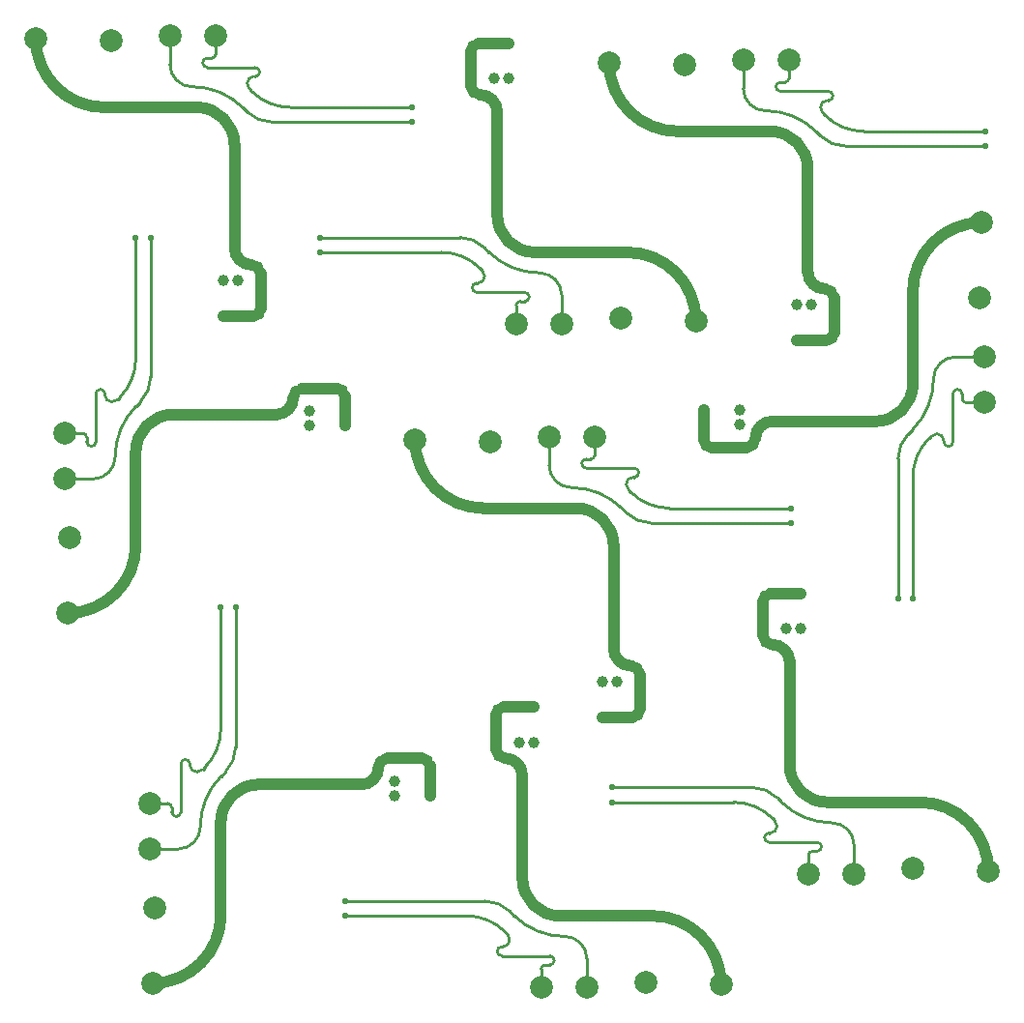
<source format=gbl>
%FSLAX46Y46*%
%MOMM*%
%ADD10C,0.250000*%
%ADD11C,1.000000*%
%AMPS13*
1,1,1.000000,0.000000,0.000000*
%
%ADD13PS13*%
%AMPS19*
1,1,1.000000,0.000000,0.000000*
%
%ADD19PS19*%
%AMPS16*
1,1,1.000000,0.000000,0.000000*
%
%ADD16PS16*%
%AMPS22*
1,1,1.000000,0.000000,0.000000*
%
%ADD22PS22*%
%AMPS12*
1,1,2.000000,0.000000,0.000000*
%
%ADD12PS12*%
%AMPS18*
1,1,2.000000,0.000000,0.000000*
%
%ADD18PS18*%
%AMPS15*
1,1,2.000000,0.000000,0.000000*
%
%ADD15PS15*%
%AMPS21*
1,1,2.000000,0.000000,0.000000*
%
%ADD21PS21*%
%AMPS14*
1,1,0.550000,0.000000,0.000000*
%
%ADD14PS14*%
%AMPS20*
1,1,0.550000,0.000000,0.000000*
%
%ADD20PS20*%
%AMPS17*
1,1,0.550000,0.000000,0.000000*
%
%ADD17PS17*%
%AMPS23*
1,1,0.550000,0.000000,0.000000*
%
%ADD23PS23*%
G01*
%LPD*%
G01*
%LPD*%
D10*
X91100000Y83800000D02*
X80479898Y83800000D01*
D11*
X75900000Y65500000D02*
X77200000Y65500000D01*
D10*
X69950000Y90050000D02*
X69950000Y87550000D01*
D11*
X74600000Y65500000D02*
X75900000Y65500000D01*
D10*
X78872792Y82500000D02*
X91100000Y82500000D01*
D10*
X77300000Y86500000D02*
X77400000Y86500000D01*
D10*
X76338477Y83761522D02*
X76700000Y83400000D01*
D11*
X72300000Y83800000D02*
X64200000Y83800000D01*
D11*
X77900000Y66200000D02*
X77900000Y69200000D01*
D10*
X73200000Y87300000D02*
X77400000Y87300000D01*
D10*
X77100000Y85200000D02*
X76912132Y85387868D01*
D10*
X73600000Y88100000D02*
X73200000Y88100000D01*
D10*
X73950000Y90050000D02*
X73950000Y88450000D01*
D11*
X75600000Y71500000D02*
X75600000Y80500000D01*
D10*
X40900000Y85900000D02*
X30279898Y85900000D01*
D11*
X25700000Y67600000D02*
X27000000Y67600000D01*
D10*
X19750000Y92150000D02*
X19750000Y89650000D01*
D11*
X24400000Y67600000D02*
X25700000Y67600000D01*
D10*
X28672792Y84600000D02*
X40900000Y84600000D01*
D10*
X27100000Y88600000D02*
X27200000Y88600000D01*
D10*
X26138477Y85861522D02*
X26500000Y85500000D01*
D11*
X22100000Y85900000D02*
X14000000Y85900000D01*
D11*
X27700000Y68300000D02*
X27700000Y71300000D01*
D10*
X23000000Y89400000D02*
X27200000Y89400000D01*
D10*
X26900000Y87300000D02*
X26712132Y87487868D01*
D10*
X23400000Y90200000D02*
X23000000Y90200000D01*
D10*
X23750000Y92150000D02*
X23750000Y90550000D01*
D11*
X25400000Y73600000D02*
X25400000Y82600000D01*
D10*
X58497367Y25047127D02*
X69117469Y25047127D01*
D11*
X73697367Y43347127D02*
X72397367Y43347127D01*
D10*
X79647367Y18797127D02*
X79647367Y21297127D01*
D11*
X74997367Y43347127D02*
X73697367Y43347127D01*
D10*
X70724575Y26347127D02*
X58497367Y26347127D01*
D10*
X72297367Y22347127D02*
X72197367Y22347127D01*
D10*
X73258890Y25085605D02*
X72897367Y25447127D01*
D11*
X77297367Y25047127D02*
X85397367Y25047127D01*
D11*
X71697367Y42647127D02*
X71697367Y39647127D01*
D10*
X76397367Y21547127D02*
X72197367Y21547127D01*
D10*
X72497367Y23647127D02*
X72685235Y23459259D01*
D10*
X75997367Y20747127D02*
X76397367Y20747127D01*
D10*
X75647367Y18797127D02*
X75647367Y20397127D01*
D11*
X73997367Y37347127D02*
X73997367Y28347127D01*
D10*
X16750000Y74500000D02*
X16750000Y63879898D01*
D11*
X35050000Y59300000D02*
X35050000Y60600000D01*
D10*
X10500000Y53350000D02*
X13000000Y53350000D01*
D11*
X35050000Y58000000D02*
X35050000Y59300000D01*
D10*
X18050000Y62272792D02*
X18050000Y74500000D01*
D10*
X14050000Y60700000D02*
X14050000Y60800000D01*
D10*
X16788478Y59738477D02*
X17150000Y60100000D01*
D11*
X16750000Y55700000D02*
X16750000Y47600000D01*
D11*
X34350000Y61300000D02*
X31350000Y61300000D01*
D10*
X13250000Y56600000D02*
X13250000Y60800000D01*
D10*
X15350000Y60500000D02*
X15162132Y60312132D01*
D10*
X12450000Y57000000D02*
X12450000Y56600000D01*
D10*
X10500000Y57350000D02*
X12100000Y57350000D01*
D11*
X29050000Y59000000D02*
X20050000Y59000000D01*
D10*
X24200000Y42100000D02*
X24200000Y31479898D01*
D11*
X42500000Y26900000D02*
X42500000Y28200000D01*
D10*
X17950000Y20950000D02*
X20450000Y20950000D01*
D11*
X42500000Y25600000D02*
X42500000Y26900000D01*
D10*
X25500000Y29872792D02*
X25500000Y42100000D01*
D10*
X21500000Y28300000D02*
X21500000Y28400000D01*
D10*
X24238478Y27338477D02*
X24600000Y27700000D01*
D11*
X24200000Y23300000D02*
X24200000Y15200000D01*
D11*
X41800000Y28900000D02*
X38800000Y28900000D01*
D10*
X20700000Y24200000D02*
X20700000Y28400000D01*
D10*
X22800000Y28100000D02*
X22612132Y27912132D01*
D10*
X19900000Y24600000D02*
X19900000Y24200000D01*
D10*
X17950000Y24950000D02*
X19550000Y24950000D01*
D11*
X36500000Y26600000D02*
X27500000Y26600000D01*
D10*
X74100000Y50800000D02*
X63479898Y50800000D01*
D11*
X58900000Y32500000D02*
X60200000Y32500000D01*
D10*
X52950000Y57050000D02*
X52950000Y54550000D01*
D11*
X57600000Y32500000D02*
X58900000Y32500000D01*
D10*
X61872792Y49500000D02*
X74100000Y49500000D01*
D10*
X60300000Y53500000D02*
X60400000Y53500000D01*
D10*
X59338477Y50761522D02*
X59700000Y50400000D01*
D11*
X55300000Y50800000D02*
X47200000Y50800000D01*
D11*
X60900000Y33200000D02*
X60900000Y36200000D01*
D10*
X56200000Y54300000D02*
X60400000Y54300000D01*
D10*
X60100000Y52200000D02*
X59912132Y52387868D01*
D10*
X56600000Y55100000D02*
X56200000Y55100000D01*
D10*
X56950000Y57050000D02*
X56950000Y55450000D01*
D11*
X58600000Y38500000D02*
X58600000Y47500000D01*
D10*
X84800000Y42900000D02*
X84800000Y53520102D01*
D11*
X66500000Y58100000D02*
X66500000Y56800000D01*
D10*
X91050000Y64050000D02*
X88550000Y64050000D01*
D11*
X66500000Y59400000D02*
X66500000Y58100000D01*
D10*
X83500000Y55127208D02*
X83500000Y42900000D01*
D10*
X87500000Y56700000D02*
X87500000Y56600000D01*
D10*
X84761522Y57661523D02*
X84400000Y57300000D01*
D11*
X84800000Y61700000D02*
X84800000Y69800000D01*
D11*
X67200000Y56100000D02*
X70200000Y56100000D01*
D10*
X88300000Y60800000D02*
X88300000Y56600000D01*
D10*
X86200000Y56900000D02*
X86387868Y57087868D01*
D10*
X89100000Y60400000D02*
X89100000Y60800000D01*
D10*
X91050000Y60050000D02*
X89450000Y60050000D01*
D11*
X72500000Y58400000D02*
X81500000Y58400000D01*
D10*
X35100000Y15100000D02*
X45720102Y15100000D01*
D11*
X50300000Y33400000D02*
X49000000Y33400000D01*
D10*
X56250000Y8850000D02*
X56250000Y11350000D01*
D11*
X51600000Y33400000D02*
X50300000Y33400000D01*
D10*
X47327208Y16400000D02*
X35100000Y16400000D01*
D10*
X48900000Y12400000D02*
X48800000Y12400000D01*
D10*
X49861523Y15138478D02*
X49500000Y15500000D01*
D11*
X53900000Y15100000D02*
X62000000Y15100000D01*
D11*
X48300000Y32700000D02*
X48300000Y29700000D01*
D10*
X53000000Y11600000D02*
X48800000Y11600000D01*
D10*
X49100000Y13700000D02*
X49287868Y13512132D01*
D10*
X52600000Y10800000D02*
X53000000Y10800000D01*
D10*
X52250000Y8850000D02*
X52250000Y10450000D01*
D11*
X50600000Y27400000D02*
X50600000Y18400000D01*
D10*
X32900000Y73200000D02*
X43520102Y73200000D01*
D11*
X48100000Y91500000D02*
X46800000Y91500000D01*
D10*
X54050000Y66950000D02*
X54050000Y69450000D01*
D11*
X49400000Y91500000D02*
X48100000Y91500000D01*
D10*
X45127208Y74500000D02*
X32900000Y74500000D01*
D10*
X46700000Y70500000D02*
X46600000Y70500000D01*
D10*
X47661523Y73238478D02*
X47300000Y73600000D01*
D11*
X51700000Y73200000D02*
X59800000Y73200000D01*
D11*
X46100000Y90800000D02*
X46100000Y87800000D01*
D10*
X50800000Y69700000D02*
X46600000Y69700000D01*
D10*
X46900000Y71800000D02*
X47087868Y71612132D01*
D10*
X50400000Y68900000D02*
X50800000Y68900000D01*
D10*
X50050000Y66950000D02*
X50050000Y68550000D01*
D11*
X48400000Y85500000D02*
X48400000Y76500000D01*
G75*
D10*
G03*
X72800000Y87700000D02*
X73200000Y87300000I399999J-1D01*
D10*
G03*
X77100000Y85200000D02*
X80479898Y83800000I3379899J3379900D01*
D10*
G03*
X69950000Y87550000D02*
X71900000Y85600000I1950001J1D01*
D10*
G03*
X73600000Y88100000D02*
X73950000Y88450000I-1J350001D01*
D10*
G03*
X76700000Y85900000D02*
X76912132Y85387868I724294J12D01*
D10*
G03*
X77800000Y86900000D02*
X77400000Y87300000I-399999J1D01*
D10*
G03*
X77300000Y86500000D02*
X76700000Y85900000I0J-600000D01*
D11*
G03*
X75600000Y80500000D02*
X72300000Y83800000I-3300001J-1D01*
D10*
G03*
X77400000Y86500000D02*
X77800000Y86900000I1J399999D01*
D11*
G03*
X77200000Y65500000D02*
X77900000Y66200000I0J700000D01*
D10*
G03*
X76338477Y83761522D02*
X71900000Y85600000I-4438477J-4438475D01*
D11*
G03*
X75600000Y71500000D02*
X77100000Y70000000I1500000J0D01*
D11*
G03*
X58200000Y89800000D02*
X64200000Y83800000I5999999J-1D01*
D11*
G03*
X77900000Y69200000D02*
X77100000Y70000000I-800000J0D01*
D10*
G03*
X76700000Y83400000D02*
X78872792Y82500000I2172796J2172801D01*
D10*
G03*
X73200000Y88100000D02*
X72800000Y87700000I-1J-399999D01*
D10*
G03*
X22600000Y89800000D02*
X23000000Y89400000I399999J-1D01*
D10*
G03*
X26900000Y87300000D02*
X30279898Y85900000I3379899J3379900D01*
D10*
G03*
X19750000Y89650000D02*
X21700000Y87700000I1950001J1D01*
D10*
G03*
X23400000Y90200000D02*
X23750000Y90550000I-1J350001D01*
D10*
G03*
X26500000Y88000000D02*
X26712132Y87487868I724294J12D01*
D10*
G03*
X27600000Y89000000D02*
X27200000Y89400000I-399999J1D01*
D10*
G03*
X27100000Y88600000D02*
X26500000Y88000000I0J-600000D01*
D11*
G03*
X25400000Y82600000D02*
X22100000Y85900000I-3300001J-1D01*
D10*
G03*
X27200000Y88600000D02*
X27600000Y89000000I1J399999D01*
D11*
G03*
X27000000Y67600000D02*
X27700000Y68300000I0J700000D01*
D10*
G03*
X26138477Y85861522D02*
X21700000Y87700000I-4438477J-4438475D01*
D11*
G03*
X25400000Y73600000D02*
X26900000Y72100000I1500000J0D01*
D11*
G03*
X8000000Y91900000D02*
X14000000Y85900000I5999999J-1D01*
D11*
G03*
X27700000Y71300000D02*
X26900000Y72100000I-800000J0D01*
D10*
G03*
X26500000Y85500000D02*
X28672792Y84600000I2172796J2172801D01*
D10*
G03*
X23000000Y90200000D02*
X22600000Y89800000I-1J-399999D01*
D10*
G03*
X76797367Y21147127D02*
X76397367Y21547127I-399999J1D01*
D10*
G03*
X72497367Y23647127D02*
X69117469Y25047127I-3379900J-3379901D01*
D10*
G03*
X79647367Y21297127D02*
X77697367Y23247127I-1950001J-1D01*
D10*
G03*
X75997367Y20747127D02*
X75647367Y20397127I1J-350001D01*
D10*
G03*
X72897367Y22947127D02*
X72685235Y23459259I-724295J-13D01*
D10*
G03*
X71797367Y21947127D02*
X72197367Y21547127I399999J-1D01*
D10*
G03*
X72297367Y22347127D02*
X72897367Y22947127I0J600000D01*
D11*
G03*
X73997367Y28347127D02*
X77297367Y25047127I3300001J1D01*
D10*
G03*
X72197367Y22347127D02*
X71797367Y21947127I-1J-399999D01*
D11*
G03*
X72397367Y43347127D02*
X71697367Y42647127I0J-700000D01*
D10*
G03*
X73258890Y25085605D02*
X77697367Y23247127I4438476J4438474D01*
D11*
G03*
X73997367Y37347127D02*
X72497367Y38847127I-1500000J0D01*
D11*
G03*
X91397367Y19047127D02*
X85397367Y25047127I-5999999J1D01*
D11*
G03*
X71697367Y39647127D02*
X72497367Y38847127I800000J0D01*
D10*
G03*
X72897367Y25447127D02*
X70724575Y26347127I-2172797J-2172802D01*
D10*
G03*
X76397367Y20747127D02*
X76797367Y21147127I1J399999D01*
D10*
G03*
X12850000Y56200000D02*
X13250000Y56600000I1J399999D01*
D10*
G03*
X15350000Y60500000D02*
X16750000Y63879898I-3379901J3379899D01*
D10*
G03*
X13000000Y53350000D02*
X14950000Y55300000I-1J1950001D01*
D10*
G03*
X12450000Y57000000D02*
X12100000Y57350000I-350001J-1D01*
D10*
G03*
X14650000Y60100000D02*
X15162132Y60312132I-13J724294D01*
D10*
G03*
X13650000Y61200000D02*
X13250000Y60800000I-1J-399999D01*
D10*
G03*
X14050000Y60700000D02*
X14650000Y60100000I600000J0D01*
D11*
G03*
X20050000Y59000000D02*
X16750000Y55700000I1J-3300001D01*
D10*
G03*
X14050000Y60800000D02*
X13650000Y61200000I-399999J1D01*
D11*
G03*
X35050000Y60600000D02*
X34350000Y61300000I-700000J0D01*
D10*
G03*
X16788478Y59738477D02*
X14950000Y55300000I4438474J-4438477D01*
D11*
G03*
X29050000Y59000000D02*
X30550000Y60500000I0J1500000D01*
D11*
G03*
X10750000Y41600000D02*
X16750000Y47600000I1J5999999D01*
D11*
G03*
X31350000Y61300000D02*
X30550000Y60500000I0J-800000D01*
D10*
G03*
X17150000Y60100000D02*
X18050000Y62272792I-2172802J2172796D01*
D10*
G03*
X12450000Y56600000D02*
X12850000Y56200000I399999J-1D01*
D10*
G03*
X20300000Y23800000D02*
X20700000Y24200000I1J399999D01*
D10*
G03*
X22800000Y28100000D02*
X24200000Y31479898I-3379901J3379899D01*
D10*
G03*
X20450000Y20950000D02*
X22400000Y22900000I-1J1950001D01*
D10*
G03*
X19900000Y24600000D02*
X19550000Y24950000I-350001J-1D01*
D10*
G03*
X22100000Y27700000D02*
X22612132Y27912132I-13J724294D01*
D10*
G03*
X21100000Y28800000D02*
X20700000Y28400000I-1J-399999D01*
D10*
G03*
X21500000Y28300000D02*
X22100000Y27700000I600000J0D01*
D11*
G03*
X27500000Y26600000D02*
X24200000Y23300000I1J-3300001D01*
D10*
G03*
X21500000Y28400000D02*
X21100000Y28800000I-399999J1D01*
D11*
G03*
X42500000Y28200000D02*
X41800000Y28900000I-700000J0D01*
D10*
G03*
X24238478Y27338477D02*
X22400000Y22900000I4438474J-4438477D01*
D11*
G03*
X36500000Y26600000D02*
X38000000Y28100000I0J1500000D01*
D11*
G03*
X18200000Y9200000D02*
X24200000Y15200000I1J5999999D01*
D11*
G03*
X38800000Y28900000D02*
X38000000Y28100000I0J-800000D01*
D10*
G03*
X24600000Y27700000D02*
X25500000Y29872792I-2172802J2172796D01*
D10*
G03*
X19900000Y24200000D02*
X20300000Y23800000I399999J-1D01*
D10*
G03*
X55800000Y54700000D02*
X56200000Y54300000I399999J-1D01*
D10*
G03*
X60100000Y52200000D02*
X63479898Y50800000I3379899J3379900D01*
D10*
G03*
X52950000Y54550000D02*
X54900000Y52600000I1950001J1D01*
D10*
G03*
X56600000Y55100000D02*
X56950000Y55450000I-1J350001D01*
D10*
G03*
X59700000Y52900000D02*
X59912132Y52387868I724294J12D01*
D10*
G03*
X60800000Y53900000D02*
X60400000Y54300000I-399999J1D01*
D10*
G03*
X60300000Y53500000D02*
X59700000Y52900000I0J-600000D01*
D11*
G03*
X58600000Y47500000D02*
X55300000Y50800000I-3300001J-1D01*
D10*
G03*
X60400000Y53500000D02*
X60800000Y53900000I1J399999D01*
D11*
G03*
X60200000Y32500000D02*
X60900000Y33200000I0J700000D01*
D10*
G03*
X59338477Y50761522D02*
X54900000Y52600000I-4438477J-4438475D01*
D11*
G03*
X58600000Y38500000D02*
X60100000Y37000000I1500000J0D01*
D11*
G03*
X41200000Y56800000D02*
X47200000Y50800000I5999999J-1D01*
D11*
G03*
X60900000Y36200000D02*
X60100000Y37000000I-800000J0D01*
D10*
G03*
X59700000Y50400000D02*
X61872792Y49500000I2172796J2172801D01*
D10*
G03*
X56200000Y55100000D02*
X55800000Y54700000I-1J-399999D01*
D10*
G03*
X88700000Y61200000D02*
X88300000Y60800000I-1J-399999D01*
D10*
G03*
X86200000Y56900000D02*
X84800000Y53520102I3379900J-3379900D01*
D10*
G03*
X88550000Y64050000D02*
X86600000Y62100000I1J-1950001D01*
D10*
G03*
X89100000Y60400000D02*
X89450000Y60050000I350001J1D01*
D10*
G03*
X86900000Y57300000D02*
X86387868Y57087868I12J-724295D01*
D10*
G03*
X87900000Y56200000D02*
X88300000Y56600000I1J399999D01*
D10*
G03*
X87500000Y56700000D02*
X86900000Y57300000I-600000J0D01*
D11*
G03*
X81500000Y58400000D02*
X84800000Y61700000I-1J3300001D01*
D10*
G03*
X87500000Y56600000D02*
X87900000Y56200000I399999J-1D01*
D11*
G03*
X66500000Y56800000D02*
X67200000Y56100000I700000J0D01*
D10*
G03*
X84761522Y57661523D02*
X86600000Y62100000I-4438475J4438476D01*
D11*
G03*
X72500000Y58400000D02*
X71000000Y56900000I0J-1500000D01*
D11*
G03*
X90800000Y75800000D02*
X84800000Y69800000I-1J-5999999D01*
D11*
G03*
X70200000Y56100000D02*
X71000000Y56900000I0J800000D01*
D10*
G03*
X84400000Y57300000D02*
X83500000Y55127208I2172801J-2172797D01*
D10*
G03*
X89100000Y60800000D02*
X88700000Y61200000I-399999J1D01*
D10*
G03*
X53400000Y11200000D02*
X53000000Y11600000I-399999J1D01*
D10*
G03*
X49100000Y13700000D02*
X45720102Y15100000I-3379900J-3379901D01*
D10*
G03*
X56250000Y11350000D02*
X54300000Y13300000I-1950001J-1D01*
D10*
G03*
X52600000Y10800000D02*
X52250000Y10450000I1J-350001D01*
D10*
G03*
X49500000Y13000000D02*
X49287868Y13512132I-724295J-13D01*
D10*
G03*
X48400000Y12000000D02*
X48800000Y11600000I399999J-1D01*
D10*
G03*
X48900000Y12400000D02*
X49500000Y13000000I0J600000D01*
D11*
G03*
X50600000Y18400000D02*
X53900000Y15100000I3300001J1D01*
D10*
G03*
X48800000Y12400000D02*
X48400000Y12000000I-1J-399999D01*
D11*
G03*
X49000000Y33400000D02*
X48300000Y32700000I0J-700000D01*
D10*
G03*
X49861523Y15138478D02*
X54300000Y13300000I4438476J4438474D01*
D11*
G03*
X50600000Y27400000D02*
X49100000Y28900000I-1500000J0D01*
D11*
G03*
X68000000Y9100000D02*
X62000000Y15100000I-5999999J1D01*
D11*
G03*
X48300000Y29700000D02*
X49100000Y28900000I800000J0D01*
D10*
G03*
X49500000Y15500000D02*
X47327208Y16400000I-2172797J-2172802D01*
D10*
G03*
X53000000Y10800000D02*
X53400000Y11200000I1J399999D01*
D10*
G03*
X51200000Y69300000D02*
X50800000Y69700000I-399999J1D01*
D10*
G03*
X46900000Y71800000D02*
X43520102Y73200000I-3379900J-3379901D01*
D10*
G03*
X54050000Y69450000D02*
X52100000Y71400000I-1950001J-1D01*
D10*
G03*
X50400000Y68900000D02*
X50050000Y68550000I1J-350001D01*
D10*
G03*
X47300000Y71100000D02*
X47087868Y71612132I-724295J-13D01*
D10*
G03*
X46200000Y70100000D02*
X46600000Y69700000I399999J-1D01*
D10*
G03*
X46700000Y70500000D02*
X47300000Y71100000I0J600000D01*
D11*
G03*
X48400000Y76500000D02*
X51700000Y73200000I3300001J1D01*
D10*
G03*
X46600000Y70500000D02*
X46200000Y70100000I-1J-399999D01*
D11*
G03*
X46800000Y91500000D02*
X46100000Y90800000I0J-700000D01*
D10*
G03*
X47661523Y73238478D02*
X52100000Y71400000I4438476J4438474D01*
D11*
G03*
X48400000Y85500000D02*
X46900000Y87000000I-1500000J0D01*
D11*
G03*
X65800000Y67200000D02*
X59800000Y73200000I-5999999J1D01*
D11*
G03*
X46100000Y87800000D02*
X46900000Y87000000I800000J0D01*
D10*
G03*
X47300000Y73600000D02*
X45127208Y74500000I-2172797J-2172802D01*
D10*
G03*
X50800000Y68900000D02*
X51200000Y69300000I1J399999D01*
D12*
X73950000Y90050000D03*
D13*
X75900000Y65500000D03*
D13*
X74600000Y65500000D03*
D12*
X69950000Y90050000D03*
D13*
X74600000Y68600000D03*
D12*
X64800000Y89600000D03*
D12*
X58200000Y89800000D03*
D13*
X75900000Y68600000D03*
D14*
X91100000Y83800000D03*
D14*
X91100000Y82500000D03*
D12*
X23750000Y92150000D03*
D13*
X25700000Y67600000D03*
D13*
X24400000Y67600000D03*
D12*
X19750000Y92150000D03*
D13*
X24400000Y70700000D03*
D12*
X14600000Y91700000D03*
D12*
X8000000Y91900000D03*
D13*
X25700000Y70700000D03*
D14*
X40900000Y85900000D03*
D14*
X40900000Y84600000D03*
D15*
X75647367Y18797127D03*
D16*
X73697367Y43347127D03*
D16*
X74997367Y43347127D03*
D15*
X79647367Y18797127D03*
D16*
X74997367Y40247127D03*
D15*
X84797367Y19247127D03*
D15*
X91397367Y19047127D03*
D16*
X73697367Y40247127D03*
D17*
X58497367Y25047127D03*
D17*
X58497367Y26347127D03*
D18*
X10500000Y57350000D03*
D19*
X35050000Y59300000D03*
D19*
X35050000Y58000000D03*
D18*
X10500000Y53350000D03*
D19*
X31950000Y58000000D03*
D18*
X10950000Y48200000D03*
D18*
X10750000Y41600000D03*
D19*
X31950000Y59300000D03*
D20*
X16750000Y74500000D03*
D20*
X18050000Y74500000D03*
D18*
X17950000Y24950000D03*
D19*
X42500000Y26900000D03*
D19*
X42500000Y25600000D03*
D18*
X17950000Y20950000D03*
D19*
X39400000Y25600000D03*
D18*
X18400000Y15800000D03*
D18*
X18200000Y9200000D03*
D19*
X39400000Y26900000D03*
D20*
X24200000Y42100000D03*
D20*
X25500000Y42100000D03*
D12*
X56950000Y57050000D03*
D13*
X58900000Y32500000D03*
D13*
X57600000Y32500000D03*
D12*
X52950000Y57050000D03*
D13*
X57600000Y35600000D03*
D12*
X47800000Y56600000D03*
D12*
X41200000Y56800000D03*
D13*
X58900000Y35600000D03*
D14*
X74100000Y50800000D03*
D14*
X74100000Y49500000D03*
D21*
X91050000Y60050000D03*
D22*
X66500000Y58100000D03*
D22*
X66500000Y59400000D03*
D21*
X91050000Y64050000D03*
D22*
X69600000Y59400000D03*
D21*
X90600000Y69200000D03*
D21*
X90800000Y75800000D03*
D22*
X69600000Y58100000D03*
D23*
X84800000Y42900000D03*
D23*
X83500000Y42900000D03*
D15*
X52250000Y8850000D03*
D16*
X50300000Y33400000D03*
D16*
X51600000Y33400000D03*
D15*
X56250000Y8850000D03*
D16*
X51600000Y30300000D03*
D15*
X61400000Y9300000D03*
D15*
X68000000Y9100000D03*
D16*
X50300000Y30300000D03*
D17*
X35100000Y15100000D03*
D17*
X35100000Y16400000D03*
D15*
X50050000Y66950000D03*
D16*
X48100000Y91500000D03*
D16*
X49400000Y91500000D03*
D15*
X54050000Y66950000D03*
D16*
X49400000Y88400000D03*
D15*
X59200000Y67400000D03*
D15*
X65800000Y67200000D03*
D16*
X48100000Y88400000D03*
D17*
X32900000Y73200000D03*
D17*
X32900000Y74500000D03*
M02*

</source>
